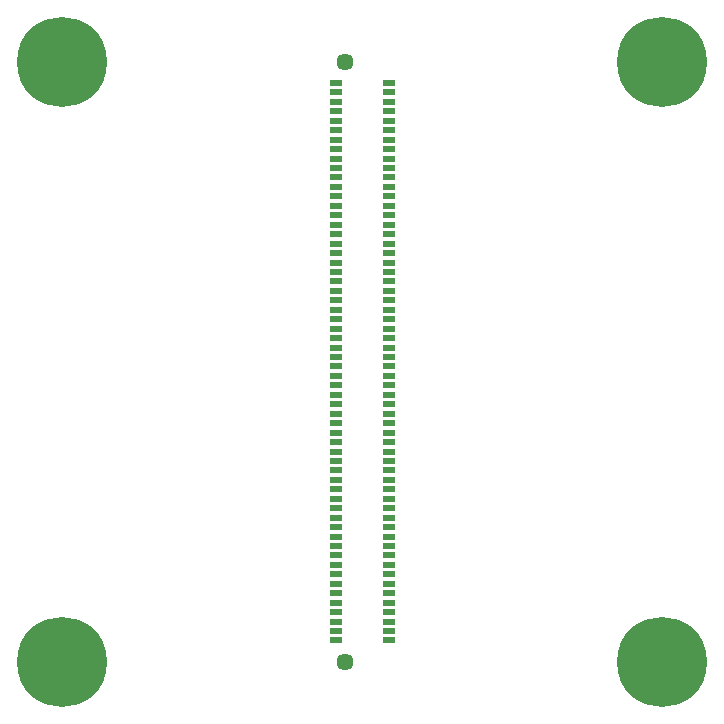
<source format=gbr>
%TF.GenerationSoftware,KiCad,Pcbnew,(5.1.9-0-10_14)*%
%TF.CreationDate,2021-04-27T11:00:09-04:00*%
%TF.ProjectId,backplane-prototype,6261636b-706c-4616-9e65-2d70726f746f,rev?*%
%TF.SameCoordinates,Original*%
%TF.FileFunction,Soldermask,Bot*%
%TF.FilePolarity,Negative*%
%FSLAX46Y46*%
G04 Gerber Fmt 4.6, Leading zero omitted, Abs format (unit mm)*
G04 Created by KiCad (PCBNEW (5.1.9-0-10_14)) date 2021-04-27 11:00:09*
%MOMM*%
%LPD*%
G01*
G04 APERTURE LIST*
%ADD10R,1.100000X0.500000*%
%ADD11C,1.450000*%
%ADD12C,7.620000*%
G04 APERTURE END LIST*
D10*
%TO.C,J2*%
X151750000Y-82400000D03*
X147250000Y-82400000D03*
X151750000Y-83200000D03*
X147250000Y-83200000D03*
X151750000Y-84000000D03*
X147250000Y-84000000D03*
X151750000Y-84800000D03*
X147250000Y-84800000D03*
X151750000Y-85600000D03*
X147250000Y-85600000D03*
X151750000Y-86400000D03*
X147250000Y-86400000D03*
X151750000Y-87200000D03*
X147250000Y-87200000D03*
X151750000Y-88000000D03*
X147250000Y-88000000D03*
X151750000Y-88800000D03*
X147250000Y-88800000D03*
X151750000Y-89600000D03*
X147250000Y-89600000D03*
X151750000Y-90400000D03*
X147250000Y-90400000D03*
X151750000Y-91200000D03*
X147250000Y-91200000D03*
X151750000Y-92000000D03*
X147250000Y-92000000D03*
X151750000Y-92800000D03*
X147250000Y-92800000D03*
X151750000Y-93600000D03*
X147250000Y-93600000D03*
X151750000Y-94400000D03*
X147250000Y-94400000D03*
X151750000Y-95200000D03*
X147250000Y-95200000D03*
X151750000Y-96000000D03*
X147250000Y-96000000D03*
X151750000Y-96800000D03*
X147250000Y-96800000D03*
X151750000Y-97600000D03*
X147250000Y-97600000D03*
X151750000Y-98400000D03*
X147250000Y-98400000D03*
X151750000Y-99200000D03*
X147250000Y-99200000D03*
X151750000Y-100000000D03*
X147250000Y-100000000D03*
X151750000Y-100800000D03*
X147250000Y-100800000D03*
X151750000Y-101600000D03*
X147250000Y-101600000D03*
X151750000Y-102400000D03*
X147250000Y-102400000D03*
X151750000Y-103200000D03*
X147250000Y-103200000D03*
X151750000Y-104000000D03*
X147250000Y-104000000D03*
X151750000Y-104800000D03*
X147250000Y-104800000D03*
X151750000Y-105600000D03*
X147250000Y-105600000D03*
X151750000Y-106400000D03*
X147250000Y-106400000D03*
X151750000Y-107200000D03*
X147250000Y-107200000D03*
X151750000Y-108000000D03*
X147250000Y-108000000D03*
X151750000Y-108800000D03*
X147250000Y-108800000D03*
X151750000Y-109600000D03*
X147250000Y-109600000D03*
X151750000Y-110400000D03*
X147250000Y-110400000D03*
X151750000Y-111200000D03*
X147250000Y-111200000D03*
X151750000Y-112000000D03*
X147250000Y-112000000D03*
X151750000Y-112800000D03*
X147250000Y-112800000D03*
X151750000Y-113600000D03*
X147250000Y-113600000D03*
X151750000Y-114400000D03*
X147250000Y-114400000D03*
X151750000Y-115200000D03*
X147250000Y-115200000D03*
X151750000Y-116000000D03*
X147250000Y-116000000D03*
X151750000Y-116800000D03*
X147250000Y-116800000D03*
X151750000Y-117600000D03*
X147250000Y-117600000D03*
X151750000Y-118400000D03*
X147250000Y-118400000D03*
X151750000Y-119200000D03*
X147250000Y-119200000D03*
X151750000Y-120000000D03*
X147250000Y-120000000D03*
X151750000Y-120800000D03*
X147250000Y-120800000D03*
X151750000Y-121600000D03*
X147250000Y-121600000D03*
X151750000Y-122400000D03*
X147250000Y-122400000D03*
X151750000Y-123200000D03*
X147250000Y-123200000D03*
X151750000Y-124000000D03*
X147250000Y-124000000D03*
X151750000Y-124800000D03*
X147250000Y-124800000D03*
X151750000Y-125600000D03*
X147250000Y-125600000D03*
X151750000Y-126400000D03*
X147250000Y-126400000D03*
X151750000Y-127200000D03*
X147250000Y-127200000D03*
X151750000Y-128000000D03*
X147250000Y-128000000D03*
X151750000Y-128800000D03*
X147250000Y-128800000D03*
X151750000Y-129600000D03*
X147250000Y-129600000D03*
D11*
X148000000Y-80600000D03*
X148000000Y-131400000D03*
%TD*%
D12*
%TO.C,H1*%
X124100000Y-80600000D03*
%TD*%
%TO.C,H2*%
X174900000Y-80600000D03*
%TD*%
%TO.C,H3*%
X124100000Y-131400000D03*
%TD*%
%TO.C,H4*%
X174900000Y-131400000D03*
%TD*%
M02*

</source>
